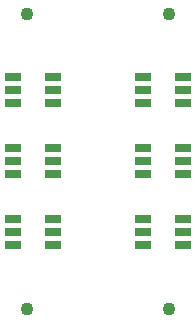
<source format=gtp>
G04 #@! TF.GenerationSoftware,KiCad,Pcbnew,8.0.1*
G04 #@! TF.CreationDate,2024-04-17T17:56:07-07:00*
G04 #@! TF.ProjectId,Pinlight_panel,50696e6c-6967-4687-945f-70616e656c2e,rev?*
G04 #@! TF.SameCoordinates,Original*
G04 #@! TF.FileFunction,Paste,Top*
G04 #@! TF.FilePolarity,Positive*
%FSLAX46Y46*%
G04 Gerber Fmt 4.6, Leading zero omitted, Abs format (unit mm)*
G04 Created by KiCad (PCBNEW 8.0.1) date 2024-04-17 17:56:07*
%MOMM*%
%LPD*%
G01*
G04 APERTURE LIST*
%ADD10C,1.100000*%
%ADD11R,1.400000X0.650000*%
G04 APERTURE END LIST*
D10*
X154500000Y-47499500D03*
D11*
X152300000Y-27899500D03*
X152300000Y-28999500D03*
X152300000Y-30099500D03*
X155700000Y-30099500D03*
X155700000Y-28999500D03*
X155700000Y-27899500D03*
X152300000Y-33899500D03*
X152300000Y-34999500D03*
X152300000Y-36099500D03*
X155700000Y-36099500D03*
X155700000Y-34999500D03*
X155700000Y-33899500D03*
X152300000Y-39899500D03*
X152300000Y-40999500D03*
X152300000Y-42099500D03*
X155700000Y-42099500D03*
X155700000Y-40999500D03*
X155700000Y-39899500D03*
X141300000Y-33899500D03*
X141300000Y-34999500D03*
X141300000Y-36099500D03*
X144700000Y-36099500D03*
X144700000Y-34999500D03*
X144700000Y-33899500D03*
D10*
X154500000Y-22500000D03*
D11*
X141300000Y-27899500D03*
X141300000Y-28999500D03*
X141300000Y-30099500D03*
X144700000Y-30099500D03*
X144700000Y-28999500D03*
X144700000Y-27899500D03*
D10*
X142500000Y-22500000D03*
D11*
X141300000Y-39899500D03*
X141300000Y-40999500D03*
X141300000Y-42099500D03*
X144700000Y-42099500D03*
X144700000Y-40999500D03*
X144700000Y-39899500D03*
D10*
X142500000Y-47499500D03*
M02*

</source>
